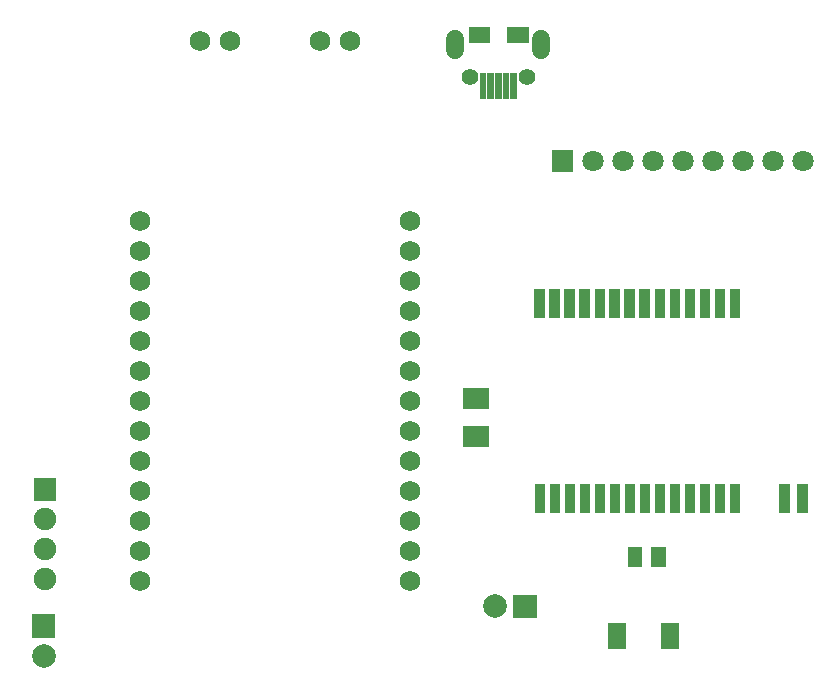
<source format=gts>
G04 Layer: TopSolderMaskLayer*
G04 EasyEDA v6.4.14, 2021-01-21T23:56:56--5:00*
G04 aa685b108e8c4aaab1d0ece7fbf10bdb,7db2125e4611476bb2993bf99425ef50,10*
G04 Gerber Generator version 0.2*
G04 Scale: 100 percent, Rotated: No, Reflected: No *
G04 Dimensions in millimeters *
G04 leading zeros omitted , absolute positions ,4 integer and 5 decimal *
%FSLAX45Y45*%
%MOMM*%

%ADD32C,1.5032*%
%ADD34C,1.8032*%
%ADD39C,1.4032*%
%ADD41C,1.9032*%
%ADD42C,1.7272*%
%ADD43C,2.0032*%

%LPD*%
D32*
X3803850Y6270165D02*
G01*
X3803850Y6360165D01*
X4527750Y6270165D02*
G01*
X4527750Y6360165D01*
G36*
X4621730Y5241229D02*
G01*
X4621730Y5421569D01*
X4802070Y5421569D01*
X4802070Y5241229D01*
G37*
D34*
G01*
X4965900Y5331399D03*
G01*
X5219900Y5331399D03*
G01*
X5473900Y5331399D03*
G01*
X5727900Y5331399D03*
G01*
X5981900Y5331399D03*
G01*
X6235900Y5331399D03*
G01*
X6489900Y5331399D03*
G01*
X6743900Y5331399D03*
G36*
X3865064Y3229549D02*
G01*
X3865064Y3409889D01*
X4085536Y3409889D01*
X4085536Y3229549D01*
G37*
G36*
X3865064Y2909509D02*
G01*
X3865064Y3089849D01*
X4085536Y3089849D01*
X4085536Y2909509D01*
G37*
G36*
X5462978Y1890969D02*
G01*
X5462978Y2066229D01*
X5583374Y2066229D01*
X5583374Y1890969D01*
G37*
G36*
X5262826Y1890969D02*
G01*
X5262826Y2066229D01*
X5383222Y2066229D01*
X5383222Y1890969D01*
G37*
G36*
X4008828Y5858703D02*
G01*
X4008828Y6074603D01*
X4064962Y6074603D01*
X4064962Y5858703D01*
G37*
G36*
X4073852Y5858703D02*
G01*
X4073852Y6074603D01*
X4129732Y6074603D01*
X4129732Y5858703D01*
G37*
G36*
X4138876Y5858703D02*
G01*
X4138876Y6074603D01*
X4194756Y6074603D01*
X4194756Y5858703D01*
G37*
G36*
X4203900Y5858703D02*
G01*
X4203900Y6074603D01*
X4259780Y6074603D01*
X4259780Y5858703D01*
G37*
G36*
X4268924Y5858703D02*
G01*
X4268924Y6074603D01*
X4324804Y6074603D01*
X4324804Y5858703D01*
G37*
G36*
X3916118Y6327841D02*
G01*
X3916118Y6468049D01*
X4096458Y6468049D01*
X4096458Y6327841D01*
G37*
G36*
X4244032Y6326063D02*
G01*
X4244032Y6466525D01*
X4424372Y6466525D01*
X4424372Y6326063D01*
G37*
D39*
G01*
X4408294Y6045164D03*
G01*
X3923306Y6045164D03*
G36*
X235150Y2454849D02*
G01*
X235150Y2645349D01*
X425650Y2645349D01*
X425650Y2454849D01*
G37*
D41*
G01*
X330400Y2296099D03*
G01*
X330400Y2042099D03*
G01*
X330400Y1788099D03*
D42*
G01*
X3416500Y4823399D03*
G01*
X3416500Y4569399D03*
G01*
X3416500Y4315399D03*
G01*
X3416500Y4061399D03*
G01*
X3416500Y3807399D03*
G01*
X3416500Y3553399D03*
G01*
X3416500Y3299399D03*
G01*
X3416500Y3045399D03*
G01*
X3416500Y2791399D03*
G01*
X3416500Y2537399D03*
G01*
X3416500Y2283399D03*
G01*
X3416500Y2029399D03*
G01*
X3416500Y1775399D03*
G01*
X1130500Y4823399D03*
G01*
X1130500Y4569399D03*
G01*
X1130500Y4315399D03*
G01*
X1130500Y4061399D03*
G01*
X1130500Y3807399D03*
G01*
X1130500Y3553399D03*
G01*
X1130500Y3299399D03*
G01*
X1130500Y3045399D03*
G01*
X1130500Y2791399D03*
G01*
X1130500Y2537399D03*
G01*
X1130500Y2283399D03*
G01*
X1130500Y2029399D03*
G01*
X1130500Y1775399D03*
G01*
X2908500Y6347399D03*
G01*
X2654500Y6347399D03*
G01*
X1892500Y6347399D03*
G01*
X1638500Y6347399D03*
D43*
G01*
X317700Y1140399D03*
G36*
X217624Y1294323D02*
G01*
X217624Y1494475D01*
X417776Y1494475D01*
X417776Y1294323D01*
G37*
G36*
X6698688Y2348677D02*
G01*
X6698688Y2599121D01*
X6789112Y2599121D01*
X6789112Y2348677D01*
G37*
G36*
X6546796Y2348677D02*
G01*
X6546796Y2599121D01*
X6636966Y2599121D01*
X6636966Y2348677D01*
G37*
G36*
X6126680Y2348677D02*
G01*
X6126680Y2599121D01*
X6217104Y2599121D01*
X6217104Y2348677D01*
G37*
G36*
X5999680Y2348677D02*
G01*
X5999680Y2599121D01*
X6090104Y2599121D01*
X6090104Y2348677D01*
G37*
G36*
X5872680Y2348677D02*
G01*
X5872680Y2599121D01*
X5963104Y2599121D01*
X5963104Y2348677D01*
G37*
G36*
X5745680Y2348677D02*
G01*
X5745680Y2599121D01*
X5836104Y2599121D01*
X5836104Y2348677D01*
G37*
G36*
X6126680Y3999677D02*
G01*
X6126680Y4250121D01*
X6217104Y4250121D01*
X6217104Y3999677D01*
G37*
G36*
X6000188Y3999677D02*
G01*
X6000188Y4250121D01*
X6090612Y4250121D01*
X6090612Y3999677D01*
G37*
G36*
X5872680Y3999677D02*
G01*
X5872680Y4250121D01*
X5963104Y4250121D01*
X5963104Y3999677D01*
G37*
G36*
X5745680Y3999677D02*
G01*
X5745680Y4250121D01*
X5836104Y4250121D01*
X5836104Y3999677D01*
G37*
G36*
X5618680Y3999677D02*
G01*
X5618680Y4250121D01*
X5709104Y4250121D01*
X5709104Y3999677D01*
G37*
G36*
X5491680Y3999677D02*
G01*
X5491680Y4250121D01*
X5582104Y4250121D01*
X5582104Y3999677D01*
G37*
G36*
X5618680Y2348677D02*
G01*
X5618680Y2599121D01*
X5709104Y2599121D01*
X5709104Y2348677D01*
G37*
G36*
X5491680Y2348677D02*
G01*
X5491680Y2599121D01*
X5582104Y2599121D01*
X5582104Y2348677D01*
G37*
G36*
X5364680Y2348677D02*
G01*
X5364680Y2599121D01*
X5455104Y2599121D01*
X5455104Y2348677D01*
G37*
G36*
X5237680Y2348677D02*
G01*
X5237680Y2599121D01*
X5328104Y2599121D01*
X5328104Y2348677D01*
G37*
G36*
X4983680Y2348677D02*
G01*
X4983680Y2599121D01*
X5074104Y2599121D01*
X5074104Y2348677D01*
G37*
G36*
X5110680Y2348677D02*
G01*
X5110680Y2599121D01*
X5201104Y2599121D01*
X5201104Y2348677D01*
G37*
G36*
X4602680Y2348677D02*
G01*
X4602680Y2599121D01*
X4693104Y2599121D01*
X4693104Y2348677D01*
G37*
G36*
X4475680Y2348677D02*
G01*
X4475680Y2599121D01*
X4566104Y2599121D01*
X4566104Y2348677D01*
G37*
G36*
X4729680Y2348677D02*
G01*
X4729680Y2599121D01*
X4820104Y2599121D01*
X4820104Y2348677D01*
G37*
G36*
X4856680Y2348677D02*
G01*
X4856680Y2599121D01*
X4947104Y2599121D01*
X4947104Y2348677D01*
G37*
G36*
X4983680Y3999677D02*
G01*
X4983680Y4250121D01*
X5074104Y4250121D01*
X5074104Y3999677D01*
G37*
G36*
X5108394Y3999677D02*
G01*
X5108394Y4250121D01*
X5198564Y4250121D01*
X5198564Y3999677D01*
G37*
G36*
X5362394Y3999677D02*
G01*
X5362394Y4250121D01*
X5452564Y4250121D01*
X5452564Y3999677D01*
G37*
G36*
X5235394Y3999677D02*
G01*
X5235394Y4250121D01*
X5325564Y4250121D01*
X5325564Y3999677D01*
G37*
G36*
X4727394Y3999677D02*
G01*
X4727394Y4250121D01*
X4817564Y4250121D01*
X4817564Y3999677D01*
G37*
G36*
X4854394Y3999677D02*
G01*
X4854394Y4250121D01*
X4944564Y4250121D01*
X4944564Y3999677D01*
G37*
G36*
X4600394Y3999677D02*
G01*
X4600394Y4250121D01*
X4690564Y4250121D01*
X4690564Y3999677D01*
G37*
G36*
X4473394Y3999677D02*
G01*
X4473394Y4250121D01*
X4563564Y4250121D01*
X4563564Y3999677D01*
G37*
G36*
X5545020Y1195263D02*
G01*
X5545020Y1415735D01*
X5700468Y1415735D01*
X5700468Y1195263D01*
G37*
G36*
X5094932Y1195263D02*
G01*
X5094932Y1415735D01*
X5250380Y1415735D01*
X5250380Y1195263D01*
G37*
G01*
X4140400Y1559499D03*
G36*
X4294324Y1459423D02*
G01*
X4294324Y1659575D01*
X4494476Y1659575D01*
X4494476Y1459423D01*
G37*
M02*

</source>
